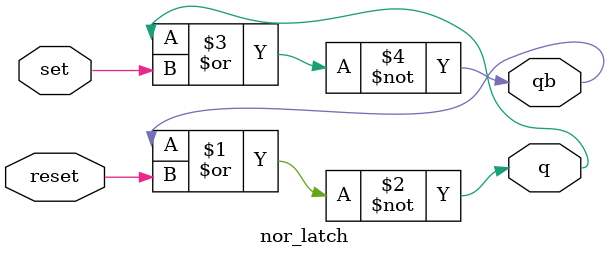
<source format=v>
`timescale 1ns / 1ps

module nor_latch(q,qb,set,reset);
input set,reset;
output q,qb;
nor g1(q,qb,reset);
nor g2(qb,q,set);
endmodule


</source>
